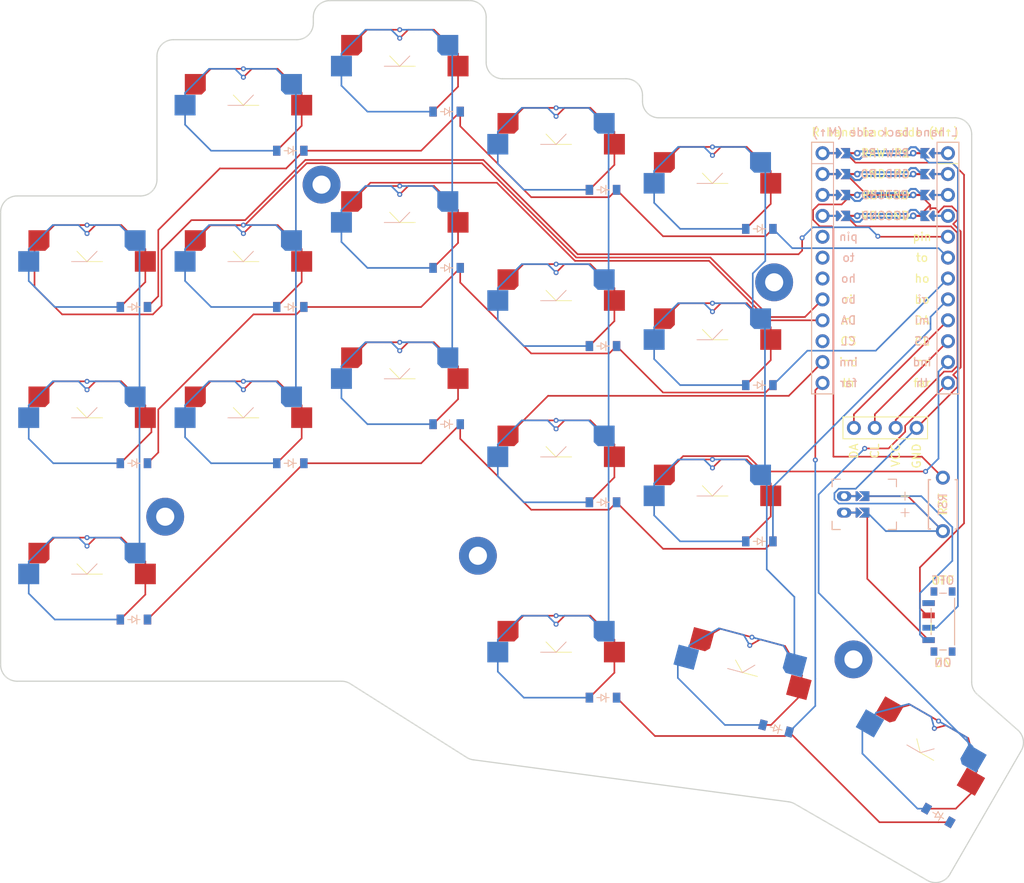
<source format=kicad_pcb>
(kicad_pcb (version 20241229) (generator "pcbnew") (generator_version "9.0")
  (layers (0 "F.Cu" signal) (2 "B.Cu" signal) (13 "F.Paste" user) (15 "B.Paste" user) (5 "F.SilkS" user "F.Silkscreen") (7 "B.SilkS" user "B.Silkscreen") (1 "F.Mask" user) (3 "B.Mask" user) (25 "Edge.Cuts" user))
  (net 0 "")
  (net 1 "pin_bo")
  (net 2 "pin")
  (net 3 "GND")
  (net 4 "pin_ho")
  (net 5 "pin_to")
  (net 6 "ri_bo")
  (net 7 "ri")
  (net 8 "ri_ho")
  (net 9 "ri_to")
  (net 10 "mi_bo")
  (net 11 "mi")
  (net 12 "mi_ho")
  (net 13 "mi_to")
  (net 14 "ind_bo")
  (net 15 "ind")
  (net 16 "ind_ho")
  (net 17 "ind_to")
  (net 18 "inn_bo")
  (net 19 "inn")
  (net 20 "inn_ho")
  (net 21 "inn_to")
  (net 22 "ind_th")
  (net 23 "inn_th")
  (net 24 "far_th")
  (net 25 "far")
  (net 26 "bo")
  (net 27 "ho")
  (net 28 "to")
  (net 29 "th")
  (net 30 "DA")
  (net 31 "CL")
  (net 32 "VCC")
  (net 33 "RAW")
  (net 34 "RST")
  (net 35 "P21")
  (net 36 "P20")
  (net 37 "P19")
  (net 38 "CS")
  (net 39 "P1")
  (net 40 "P0")
  (net 41 "MCU1_24")
  (net 42 "MCU1_1")
  (net 43 "MCU1_23")
  (net 44 "MCU1_2")
  (net 45 "MCU1_22")
  (net 46 "MCU1_3")
  (net 47 "MCU1_21")
  (net 48 "MCU1_4")
  (net 49 "BAT_P")
  (net 50 "JST1_1")
  (net 51 "JST1_2")
  (footprint "ceoloide:diode_tht_sod123" (layer "F.Cu") (at 129.2 55.25 180)
    (property "Reference" "D9" (hide yes))
    (property "Value" "")
  )
  (footprint "ceoloide:mounting_hole_npth" (layer "F.Cu") (at 178.635493 121.848144 -22.5)
    (property "Reference" "MH3" (hide yes))
    (property "Value" "")
  )
  (footprint "ceoloide:diode_tht_sod123" (layer "F.Cu") (at 110.2 98 180)
    (property "Reference" "D4" (hide yes))
    (property "Value" "")
  )
  (footprint "ceoloide:display_ssd1306" (layer "F.Cu") (at 182.5 77)
    (property "Reference" "DISP1" (hide yes))
    (property "Value" "")
  )
  (footprint "ceoloide:diode_tht_sod123" (layer "F.Cu") (at 129.2 74.25 180)
    (property "Reference" "D8" (hide yes))
    (property "Value" "")
  )
  (footprint "ceoloide:diode_tht_sod123" (layer "F.Cu") (at 148.2 64.75 180)
    (property "Reference" "D12" (hide yes))
    (property "Value" "")
  )
  (footprint "ceoloide:power_switch_smd_side" (layer "F.Cu") (at 189.5 117.25)
    (property "Reference" "PWR1" (hide yes))
    (property "Value" "")
  )
  (footprint "ceoloide:diode_tht_sod123" (layer "F.Cu") (at 169.22932 130.248046 165)
    (property "Reference" "D17" (hide yes))
    (property "Value" "")
  )
  (footprint "ceoloide:battery_connector_jst_ph_2" (layer "F.Cu") (at 177.5 103 90)
    (property "Reference" "JST1" (hide yes))
    (property "Value" "")
  )
  (footprint "ceoloide:diode_tht_sod123" (layer "F.Cu") (at 167.2 69.5 180)
    (property "Reference" "D15" (hide yes))
    (property "Value" "")
  )
  (footprint "ceoloide:diode_tht_sod123" (layer "F.Cu") (at 148.2 83.75 180)
    (property "Reference" "D11" (hide yes))
    (property "Value" "")
  )
  (footprint "ceoloide:mounting_hole_npth" (layer "F.Cu") (at 169 76)
    (property "Reference" "MH4" (hide yes))
    (property "Value" "")
  )
  (footprint "ceoloide:diode_tht_sod123" (layer "F.Cu") (at 148.2 102.75 180)
    (property "Reference" "D10" (hide yes))
    (property "Value" "")
  )
  (footprint "ceoloide:mounting_hole_npth" (layer "F.Cu") (at 133 109.25)
    (property "Reference" "MH5" (hide yes))
    (property "Value" "")
  )
  (footprint "ceoloide:mounting_hole_npth" (layer "F.Cu") (at 95 104.5)
    (property "Reference" "MH1" (hide yes))
    (property "Value" "")
  )
  (footprint "ceoloide:diode_tht_sod123" (layer "F.Cu") (at 129.2 93.25 180)
    (property "Reference" "D7" (hide yes))
    (property "Value" "")
  )
  (footprint "ceoloide:diode_tht_sod123" (layer "F.Cu") (at 167.2 107.5 180)
    (property "Reference" "D13" (hide yes))
    (property "Value" "")
  )
  (footprint "ceoloide:diode_tht_sod123" (layer "F.Cu") (at 148.2 126.5 180)
    (property "Reference" "D16" (hide yes))
    (property "Value" "")
  )
  (footprint "ceoloide:diode_tht_sod123" (layer "F.Cu") (at 110.2 79 180)
    (property "Reference" "D5" (hide yes))
    (property "Value" "")
  )
  (footprint "ceoloide:diode_tht_sod123" (layer "F.Cu") (at 91.2 98 180)
    (property "Reference" "D2" (hide yes))
    (property "Value" "")
  )
  (footprint "ceoloide:diode_tht_sod123" (layer "F.Cu") (at 167.2 88.5 180)
    (property "Reference" "D14" (hide yes))
    (property "Value" "")
  )
  (footprint "ceoloide:mounting_hole_npth" (layer "F.Cu") (at 114 64.125)
    (property "Reference" "MH2" (hide yes))
    (property "Value" "")
  )
  (footprint "ceoloide:mcu_supermini_nrf52840" (layer "F.Cu") (at 182.5 73)
    (property "Reference" "MCU1" (hide yes))
    (property "Value" "")
  )
  (footprint "ceoloide:diode_tht_sod123" (layer "F.Cu") (at 188.936345 140.823076 150)
    (property "Reference" "D18" (hide yes))
    (property "Value" "")
  )
  (footprint "ceoloide:diode_tht_sod123" (layer "F.Cu") (at 91.2 79 180)
    (property "Reference" "D3" (hide yes))
    (property "Value" "")
  )
  (footprint "ceoloide:reset_switch_tht_top" (layer "F.Cu") (at 189.5 103 90)
    (property "Reference" "RST1" (hide yes))
    (property "Value" "")
  )
  (footprint "ceoloide:diode_tht_sod123" (layer "F.Cu") (at 110.2 60 180)
    (property "Reference" "D6" (hide yes))
    (property "Value" "")
  )
  (footprint "ceoloide:diode_tht_sod123" (layer "F.Cu") (at 91.2 117 180)
    (property "Reference" "D1" (hide yes))
    (property "Value" "")
  )
  (footprint "ceoloide:switch_mx" (layer "B.Cu") (at 85.5 114)
    (property "Reference" "S1" (hide yes))
    (property "Value" "")
  )
  (footprint "ceoloide:switch_mx" (layer "B.Cu") (at 161.5 85.5)
    (property "Reference" "S14" (hide yes))
    (property "Value" "")
  )
  (footprint "ceoloide:switch_mx" (layer "B.Cu") (at 123.5 52.25)
    (property "Reference" "S9" (hide yes))
    (property "Value" "")
  )
  (footprint "ceoloide:switch_mx" (layer "B.Cu") (at 185.5 135.375 -30)
    (property "Reference" "S18" (hide yes))
    (property "Value" "")
  )
  (footprint "ceoloide:switch_mx" (layer "B.Cu") (at 164.5 125.875 -15)
    (property "Reference" "S17" (hide yes))
    (property "Value" "")
  )
  (footprint "ceoloide:switch_mx" (layer "B.Cu") (at 142.5 99.75)
    (property "Reference" "S10" (hide yes))
    (property "Value" "")
  )
  (footprint "ceoloide:switch_mx" (layer "B.Cu") (at 161.5 66.5)
    (property "Reference" "S15" (hide yes))
    (property "Value" "")
  )
  (footprint "ceoloide:switch_mx" (layer "B.Cu") (at 85.5 76)
    (property "Reference" "S3" (hide yes))
    (property "Value" "")
  )
  (footprint "ceoloide:switch_mx" (layer "B.Cu") (at 123.5 90.25)
    (property "Reference" "S7" (hide yes))
    (property "Value" "")
  )
  (footprint "ceoloide:switch_mx" (layer "B.Cu") (at 161.5 104.5)
    (property "Reference" "S13" (hide yes))
    (property "Value" "")
  )
  (footprint "ceoloide:switch_mx" (layer "B.Cu") (at 123.5 71.25)
    (property "Reference" "S8" (hide yes))
    (property "Value" "")
  )
  (footprint "ceoloide:switch_mx" (layer "B.Cu") (at 142.5 123.5)
    (property "Reference" "S16" (hide yes))
    (property "Value" "")
  )
  (footprint "ceoloide:switch_mx" (layer "B.Cu") (at 142.5 61.75)
    (property "Reference" "S12" (hide yes))
    (property "Value" "")
  )
  (footprint "ceoloide:switch_mx" (layer "B.Cu") (at 104.5 57)
    (property "Reference" "S6" (hide yes))
    (property "Value" "")
  )
  (footprint "ceoloide:switch_mx" (layer "B.Cu") (at 104.5 76)
    (property "Reference" "S5" (hide yes))
    (property "Value" "")
  )
  (footprint "ceoloide:switch_mx" (layer "B.Cu") (at 142.5 80.75)
    (property "Reference" "S11" (hide yes))
    (property "Value" "")
  )
  (footprint "ceoloide:switch_mx" (layer "B.Cu") (at 104.5 95)
    (property "Reference" "S4" (hide yes))
    (property "Value" "")
  )
  (footprint "ceoloide:switch_mx" (layer "B.Cu") (at 85.5 95)
    (property "Reference" "S2" (hide yes))
    (property "Value" "")
  )
  (gr_arc (start 94 48.5) (mid 94.585786 47.085786) (end 96 46.5) (stroke (width 0.15)) (layer "Edge.Cuts"))
  (gr_line (start 94 48.5) (end 94 63.5) (stroke (width 0.15)) (layer "Edge.Cuts"))
  (gr_arc (start 136 51.25) (mid 134.585786 50.664214) (end 134 49.25) (stroke (width 0.15)) (layer "Edge.Cuts"))
  (gr_arc (start 198.615077 130.449193) (mid 199.26633 131.626251) (end 199.024679 132.949569) (stroke (width 0.15)) (layer "Edge.Cuts"))
  (gr_arc (start 75 67.5) (mid 75.585786 66.085786) (end 77 65.5) (stroke (width 0.15)) (layer "Edge.Cuts"))
  (gr_line (start 92 65.5) (end 77 65.5) (stroke (width 0.15)) (layer "Edge.Cuts"))
  (gr_line (start 171.499832 139.416355) (end 187.611216 148.718267) (stroke (width 0.15)) (layer "Edge.Cuts"))
  (gr_arc (start 113 43.75) (mid 113.585786 42.335786) (end 115 41.75) (stroke (width 0.15)) (layer "Edge.Cuts"))
  (gr_line (start 132.435088 134.057982) (end 170.764029 139.165932) (stroke (width 0.15)) (layer "Edge.Cuts"))
  (gr_line (start 134 49.25) (end 134 43.75) (stroke (width 0.15)) (layer "Edge.Cuts"))
  (gr_arc (start 155 56) (mid 153.585786 55.414214) (end 153 54) (stroke (width 0.15)) (layer "Edge.Cuts"))
  (gr_line (start 198.615077 130.449193) (end 193.677551 126.097201) (stroke (width 0.15)) (layer "Edge.Cuts"))
  (gr_line (start 153 54) (end 153 53.25) (stroke (width 0.15)) (layer "Edge.Cuts"))
  (gr_arc (start 151 51.25) (mid 152.414214 51.835786) (end 153 53.25) (stroke (width 0.15)) (layer "Edge.Cuts"))
  (gr_arc (start 132.435088 134.057982) (mid 132.016257 133.955259) (end 131.62918 133.765147) (stroke (width 0.15)) (layer "Edge.Cuts"))
  (gr_arc (start 77 124.5) (mid 75.585786 123.914214) (end 75 122.5) (stroke (width 0.15)) (layer "Edge.Cuts"))
  (gr_arc (start 113 44.5) (mid 112.414214 45.914214) (end 111 46.5) (stroke (width 0.15)) (layer "Edge.Cuts"))
  (gr_arc (start 193.677551 126.097201) (mid 193.177233 125.419961) (end 193 124.596825) (stroke (width 0.15)) (layer "Edge.Cuts"))
  (gr_arc (start 170.764029 139.165932) (mid 171.14421 139.255061) (end 171.499832 139.416355) (stroke (width 0.15)) (layer "Edge.Cuts"))
  (gr_line (start 111 46.5) (end 96 46.5) (stroke (width 0.15)) (layer "Edge.Cuts"))
  (gr_arc (start 191 56) (mid 192.414214 56.585786) (end 193 58) (stroke (width 0.15)) (layer "Edge.Cuts"))
  (gr_line (start 77 124.5) (end 116.419941 124.5) (stroke (width 0.15)) (layer "Edge.Cuts"))
  (gr_arc (start 116.419941 124.5) (mid 116.977038 124.579167) (end 117.490045 124.810362) (stroke (width 0.15)) (layer "Edge.Cuts"))
  (gr_line (start 117.490045 124.810362) (end 131.62918 133.765147) (stroke (width 0.15)) (layer "Edge.Cuts"))
  (gr_line (start 191 56) (end 155 56) (stroke (width 0.15)) (layer "Edge.Cuts"))
  (gr_arc (start 190.343267 147.986216) (mid 189.128852 148.918071) (end 187.611216 148.718267) (stroke (width 0.15)) (layer "Edge.Cuts"))
  (gr_line (start 132 41.75) (end 115 41.75) (stroke (width 0.15)) (layer "Edge.Cuts"))
  (gr_line (start 193 124.596825) (end 193 58) (stroke (width 0.15)) (layer "Edge.Cuts"))
  (gr_line (start 151 51.25) (end 136 51.25) (stroke (width 0.15)) (layer "Edge.Cuts"))
  (gr_line (start 75 67.5) (end 75 122.5) (stroke (width 0.15)) (layer "Edge.Cuts"))
  (gr_line (start 190.343267 147.986216) (end 199.024679 132.949569) (stroke (width 0.15)) (layer "Edge.Cuts"))
  (gr_line (start 113 43.75) (end 113 44.5) (stroke (width 0.15)) (layer "Edge.Cuts"))
  (gr_arc (start 132 41.75) (mid 133.414214 42.335786) (end 134 43.75) (stroke (width 0.15)) (layer "Edge.Cuts"))
  (gr_arc (start 94 63.5) (mid 93.414214 64.914214) (end 92 65.5) (stroke (width 0.15)) (layer "Edge.Cuts"))
  (segment (start 92.585 113.965) (end 92.585 111.46) (width 0.2) (layer "F.Cu") (net 1))
  (segment (start 89.666 107.041) (end 92.585 109.96) (width 0.2) (layer "F.Cu") (net 1))
  (segment (start 89.55 117) (end 92.585 113.965) (width 0.2) (layer "F.Cu") (net 1))
  (segment (start 85.5 108.07) (end 86.529 107.041) (width 0.2) (layer "F.Cu") (net 1))
  (segment (start 86.529 107.041) (end 89.666 107.041) (width 0.2) (layer "F.Cu") (net 1))
  (segment (start 92.585 109.96) (end 92.585 111.46) (width 0.2) (layer "F.Cu") (net 1))
  (via (at 85.5 108.07) (size 0.6) (drill 0.3) (layers "F.Cu" "B.Cu") (net 1))
  (segment (start 78.415 109.96) (end 81.334 107.041) (width 0.2) (layer "B.Cu") (net 1))
  (segment (start 78.415 111.46) (end 78.415 109.96) (width 0.2) (layer "B.Cu") (net 1))
  (segment (start 81.580108 117) (end 78.415 113.834892) (width 0.2) (layer "B.Cu") (net 1))
  (segment (start 78.415 113.834892) (end 78.415 111.46) (width 0.2) (layer "B.Cu") (net 1))
  (segment (start 81.334 107.041) (end 84.471 107.041) (width 0.2) (layer "B.Cu") (net 1))
  (segment (start 84.471 107.041) (end 85.5 108.07) (width 0.2) (layer "B.Cu") (net 1))
  (segment (start 89.55 117) (end 81.580108 117) (width 0.2) (layer "B.Cu") (net 1))
  (segment (start 112.029957 61.123) (end 104.712957 68.44) (width 0.2) (layer "F.Cu") (net 2))
  (segment (start 133.6572 61.123) (end 112.029957 61.123) (width 0.2) (layer "F.Cu") (net 2))
  (segment (start 93.499 79.901) (end 82.481108 79.901) (width 0.2) (layer "F.Cu") (net 2))
  (segment (start 172.4 72.14776) (end 171.95976 72.588) (width 0.2) (layer "F.Cu") (net 2))
  (segment (start 79.658 89.92) (end 81.537 88.041) (width 0.2) (layer "F.Cu") (net 2))
  (segment (start 81.537 69.041) (end 85.5 69.041) (width 0.2) (layer "F.Cu") (net 2))
  (segment (start 172.4 70.6) (end 172.4 72.14776) (width 0.2) (layer "F.Cu") (net 2))
  (segment (start 79.119 71.459) (end 79.658 70.92) (width 0.2) (layer "F.Cu") (net 2))
  (segment (start 81.537 88.041) (end 85.5 88.041) (width 0.2) (layer "F.Cu") (net 2))
  (segment (start 82.481108 79.901) (end 79.119 76.538892) (width 0.2) (layer "F.Cu") (net 2))
  (segment (start 190.12 70.46) (end 181.66 70.46) (width 0.2) (layer "F.Cu") (net 2))
  (segment (start 171.95976 72.588) (end 145.1222 72.588) (width 0.2) (layer "F.Cu") (net 2))
  (segment (start 79.658 70.92) (end 81.537 69.041) (width 0.2) (layer "F.Cu") (net 2))
  (segment (start 145.1222 72.588) (end 133.6572 61.123) (width 0.2) (layer "F.Cu") (net 2))
  (segment (start 81.537 107.041) (end 85.5 107.041) (width 0.2) (layer "F.Cu") (net 2))
  (segment (start 79.658 108.92) (end 81.537 107.041) (width 0.2) (layer "F.Cu") (net 2))
  (segment (start 79.119 76.538892) (end 79.119 71.459) (width 0.2) (layer "F.Cu") (net 2))
  (segment (start 104.712957 68.44) (end 98.187322 68.44) (width 0.2) (layer "F.Cu") (net 2))
  (segment (start 94.562 72.065322) (end 94.562 78.838) (width 0.2) (layer "F.Cu") (net 2))
  (segment (start 181.66 70.46) (end 181.6 70.4) (width 0.2) (layer "F.Cu") (net 2))
  (segment (start 98.187322 68.44) (end 94.562 72.065322) (width 0.2) (layer "F.Cu") (net 2))
  (segment (start 94.562 78.838) (end 93.499 79.901) (width 0.2) (layer "F.Cu") (net 2))
  (via (at 181.6 70.4) (size 0.6) (drill 0.3) (layers "F.Cu" "B.Cu") (net 2))
  (via (at 85.5 69.041) (size 0.6) (drill 0.3) (layers "F.Cu" "B.Cu") (net 2))
  (via (at 85.5 88.041) (size 0.6) (drill 0.3) (layers "F.Cu" "B.Cu") (net 2))
  (via (at 172.4 70.6) (size 0.6) (drill 0.3) (layers "F.Cu" "B.Cu") (net 2))
  (via (at 85.5 107.041) (size 0.6) (drill 0.3) (layers "F.Cu" "B.Cu") (net 2))
  (segment (start 91.342 70.92) (end 91.881 71.459) (width 0.2) (layer "B.Cu") (net 2))
  (segment (start 89.463 88.041) (end 91.342 89.92) (width 0.2) (layer "B.Cu") (net 2))
  (segment (start 89.463 69.041) (end 91.342 70.92) (width 0.2) (layer "B.Cu") (net 2))
  (segment (start 89.463 107.041) (end 91.342 108.92) (width 0.2) (layer "B.Cu") (net 2))
  (segment (start 91.881 71.459) (end 91.881 89.381) (width 0.2) (layer "B.Cu") (net 2))
  (segment (start 173.691 69.309) (end 172.4 70.6) (width 0.2) (layer "B.Cu") (net 2))
  (segment (start 91.342 89.92) (end 91.881 90.459) (width 0.2) (layer "B.Cu") (net 2))
  (segment (start 180.509 69.309) (end 173.691 69.309) (width 0.2) (layer "B.Cu") (net 2))
  (segment (start 85.5 88.041) (end 89.463 88.0405) (width 0.2) (layer "B.Cu") (net 2))
  (segment (start 91.881 89.381) (end 91.342 89.92) (width 0.2) (layer "B.Cu") (net 2))
  (segment (start 85.5 69.041) (end 89.463 69.0405) (width 0.2) (layer "B.Cu") (net 2))
  (segment (start 91.881 90.459) (end 91.881 108.381) (width 0.2) (layer "B.Cu") (net 2))
  (segment (start 91.881 108.381) (end 91.342 108.92) (width 0.2) (layer "B.Cu") (net 2))
  (segment (start 85.5 107.041) (end 89.463 107.0405) (width 0.2) (layer "B.Cu") (net 2))
  (segment (start 181.6 70.4) (end 180.509 69.309) (width 0.2) (layer "B.Cu") (net 2))
  (segment (start 187.965 66.6) (end 187.275 67.29) (width 0.2) (layer "F.Cu") (net 3))
  (segment (start 189.64324 66.769) (end 188.969 67.44324) (width 0.2) (layer "F.Cu") (net 3))
  (segment (start 185.25 102) (end 180.316 102) (width 0.2) (layer "F.Cu") (net 3))
  (segment (start 187.275 65.91) (end 187.275 65.38) (width 0.2) (layer "F.Cu") (net 3))
  (segment (start 187.275 65.38) (end 180.265 65.38) (width 0.2) (layer "F.Cu") (net 3))
  (segment (start 191.271 67.44324) (end 190.59676 66.769) (width 0.2) (layer "F.Cu") (net 3))
  (segment (start 190.6 89.41) (end 190.6 89.38776) (width 0.2) (layer "F.Cu") (net 3))
  (segment (start 190.76286 87.252) (end 191.672 86.34286) (width 0.2) (layer "F.Cu") (net 3))
  (segment (start 188.969 67.494) (end 188.806 67.494) (width 0.2) (layer "F.Cu") (net 3))
  (segment (start 191.672 69.81714) (end 190.76131 68.90645) (width 0.2) (layer "F.Cu") (net 3))
  (segment (start 190.76131 68.90645) (end 191.271 68.39676) (width 0.2) (layer "F.Cu") (net 3))
  (segment (start 190.75976 87.252) (end 190.76286 87.252) (width 0.2) (layer "F.Cu") (net 3))
  (segment (start 187.965 66.6) (end 187.275 65.91) (width 0.2) (layer "F.Cu") (net 3))
  (segment (start 180.265 65.38) (end 177.725 62.84) (width 0.2) (layer "F.Cu") (net 3))
  (segment (start 189.5 106.25) (end 185.25 102) (width 0.2) (layer "F.Cu") (net 3))
  (segment (start 186.31 93.7) (end 190.6 89.41) (width 0.2) (layer "F.Cu") (net 3))
  (segment (start 187.275 67.92) (end 185.9 67.92) (width 0.25) (layer "F.Cu") (net 3))
  (segment (start 187.275 67.29) (end 187.275 67.92) (width 0.2) (layer "F.Cu") (net 3))
  (segment (start 188.806 67.168248) (end 188.626752 66.989) (width 0.2) (layer "F.Cu") (net 3))
  (segment (start 191.271 87.76324) (end 190.75976 87.252) (width 0.2) (layer "F.Cu") (net 3))
  (segment (start 187.965 67.147293) (end 187.965 66.6) (width 0.2) (layer "F.Cu") (net 3))
  (segment (start 177.725 62.84) (end 179.1 62.84) (width 0.25) (layer "F.Cu") (net 3))
  (segment (start 190.59676 66.769) (end 189.64324 66.769) (width 0.2) (layer "F.Cu") (net 3))
  (segment (start 188.806 67.494) (end 188.806 67.168248) (width 0.2) (layer "F.Cu") (net 3))
  (segment (start 188.123293 66.989) (end 187.965 67.147293) (width 0.2) (layer "F.Cu") (net 3))
  (segment (start 187.275 65.38) (end 185.9 65.38) (width 0.25) (layer "F.Cu") (net 3))
  (segment (start 191.271 88.71676) (end 191.271 87.76324) (width 0.2) (layer "F.Cu") (net 3))
  (segment (start 190.6 89.38776) (end 191.271 88.71676) (width 0.2) (layer "F.Cu") (net 3))
  (segment (start 191.672 86.34286) (end 191.672 69.81714) (width 0.2) (layer "F.Cu") (net 3))
  (segment (start 191.271 68.39676) (end 191.271 67.44324) (width 0.2) (layer "F.Cu") (net 3))
  (segment (start 188.969 67.44324) (end 188.969 67.494) (width 0.2) (layer "F.Cu") (net 3))
  (segment (start 188.626752 66.989) (end 188.123293 66.989) (width 0.2) (layer "F.Cu") (net 3))
  (segment (start 186.925305 62.84) (end 186.200305 62.115) (width 0.25) (layer "B.Cu") (net 3))
  (segment (start 186.151 102.901) (end 189.5 106.25) (width 0.2) (layer "B.Cu") (net 3))
  (segment (start 180.316 104) (end 182.566 106.25) (width 0.2) (layer "B.Cu") (net 3))
  (segment (start 178.799695 66.105) (end 179.400305 66.105) (width 0.25) (layer "B.Cu") (net 3))
  (segment (start 179.895305 65.61) (end 185.67 65.61) (width 0.25) (layer "B.Cu") (net 3))
  (segment (start 177.725 65.38) (end 178.074695 65.38) (width 0.25) (layer "B.Cu") (net 3))
  (segment (start 185.094695 62.62) (end 179.32 62.62) (width 0.25) (layer "B.Cu") (net 3))
  (segment (start 176.851794 101.099) (end 176.324 101.626794) (width 0.2) (layer "B.Cu") (net 3))
  (segment (start 179.400305 68.645) (end 179.895305 68.15) (width 0.25) (layer "B.Cu") (net 3))
  (segment (start 178.911 101.099) (end 176.851794 101.099) (width 0.2) (layer "B.Cu") (net 3))
  (segment (start 176.324 102.373206) (end 176.851794 102.901) (width 0.2) (layer "B.Cu") (net 3))
  (segment (start 176.851794 102.901) (end 186.151 102.901) (width 0.2) (layer "B.Cu") (net 3))
  (segment (start 178.074695 67.92) (end 178.799695 68.645) (width 0.25) (layer "B.Cu") (net 3))
  (segment (start 186.200305 62.115) (end 185.599695 62.115) (width 0.25) (layer "B.Cu") (net 3))
  (segment (start 176.324 101.626794) (end 176.324 102.373206) (width 0.2) (layer "B.Cu") (net 3))
  (segment (start 187.275 62.84) (end 186.925305 62.84) (width 0.25) (layer "B.Cu") (net 3))
  (segment (start 178.799695 68.645) (end 179.400305 68.645) (width 0.25) (layer "B.Cu") (net 3))
  (segment (start 185.599695 62.115) (end 185.094695 62.62) (width 0.25) (layer "B.Cu") (net 3))
  (segment (start 182.566 106.25) (end 189.5 106.25) (width 0.2) (layer "B.Cu") (net 3))
  (segment (start 179.895305 68.15) (end 185.67 68.15) (width 0.25) (layer "B.Cu") (net 3))
  (segment (start 178.074695 65.38) (end 178.799695 66.105) (width 0.25) (layer "B.Cu") (net 3))
  (segment (start 186.31 93.7) (end 178.911 101.099) (width 0.2) (layer "B.Cu") (net 3))
  (segment (start 177.725 67.92) (end 178.074695 67.92) (width 0.25) (layer "B.Cu") (net 3))
  (segment (start 179.400305 66.105) (end 179.895305 65.61) (width 0.25) (layer "B.Cu") (net 3))
  (segment (start 89.55 98) (end 93.325 94.225) (width 0.2) (layer "F.Cu") (net 4))
  (segment (start 92.585 90.96) (end 92.585 92.46) (width 0.2) (layer "F.Cu") (net 4))
  (segment (start 89.666 88.041) (end 92.585 90.96) (width 0.2) (layer "F.Cu") (net 4))
  (segment (start 93.325 93.2) (end 92.585 92.46) (width 0.2) (layer "F.Cu") (net 4))
  (segment (start 85.5 89.07) (end 86.529 88.041) (width 0.2) (layer "F.Cu") (net 4))
  (segment (start 86.529 88.041) (end 89.666 88.041) (width 0.2) (layer "F.Cu") (net 4))
  (segment (start 93.325 94.225) (end 93.325 93.2) (width 0.2) (layer "F.Cu") (net 4))
  (via (at 85.5 89.07) (size 0.6) (drill 0.3) (layers "F.Cu" "B.Cu") (net 4))
  (segment (start 84.471 88.041) (end 85.5 89.07) (width 0.2) (layer "B.Cu") (net 4))
  (segment (start 78.415 92.46) (end 78.415 90.96) (width 0.2) (layer "B.Cu") (net 4))
  (segment (start 81.4 98) (end 89.55 98) (width 0.2) (layer "B.Cu") (net 4))
  (segment (start 78.415 90.96) (end 81.334 88.041) (width 0.2) (layer "B.Cu") (net 4))
  (segment (start 81.334 88.041) (end 84.471 88.041) (width 0.2) (layer "B.Cu") (net 4))
  (segment (start 78.415 95.015) (end 81.4 98) (width 0.2) (layer "B.Cu") (net 4))
  (segment (start 78.415 92.46) (end 78.415 95.015) (width 0.2) (layer "B.Cu") (net 4))
  (segment (start 89.666 69.041) (end 92.585 71.96) (width 0.2) (layer "F.Cu") (net 5))
  (segment (start 85.5 70.07) (end 86.529 69.041) (width 0.2) (layer "F.Cu") (net 5))
  (segment (start 89.55 79) (end 92.585 75.965) (width 0.2) (layer "F.Cu") (net 5))
  (segment (start 86.529 69.041) (end 89.666 69.041) (width 0.2) (layer "F.Cu") (net 5))
  (segment (start 92.585 75.965) (end 92.585 73.46) (width 0.2) (layer "F.Cu") (net 5))
  (segment (start 92.585 71.96) (end 92.585 73.46) (width 0.2) (layer "F.Cu") (net 5))
  (via (at 85.5 70.07) (size 0.6) (drill 0.3) (layers "F.Cu" "B.Cu") (net 5))
  (segment (start 84.471 69.041) (end 85.5 70.07) (width 0.2) (layer "B.Cu") (net 5))
  (segment (start 81.334 69.041) (end 84.471 69.041) (width 0.2) (layer "B.Cu") (net 5))
  (segment (start 78.415 73.46) (end 78.415 71.96) (width 0.2) (layer "B.Cu") (net 5))
  (segment (start 78.415 73.46) (end 78.415 75.834892) (width 0.2) (layer "B.Cu") (net 5))
  (segment (start 78.415 71.96) (end 81.334 69.041) (width 0.2) (layer "B.Cu") (net 5))
  (segment (start 81.580108 79) (end 89.55 79) (width 0.2) (layer "B.Cu") (net 5))
  (segment (start 78.415 75.834892) (end 81.580108 79) (width 0.2) (layer "B.Cu") (net 5))
  (segment (start 108.55 98) (end 111.585 94.965) (width 0.2) (layer "F.Cu") (net 6))
  (segment (start 111.585 90.96) (end 111.585 92.46) (width 0.2) (layer "F.Cu") (net 6))
  (segment (start 108.666 88.041) (end 111.585 90.96) (width 0.2) (layer "F.Cu") (net 6))
  (segment (start 111.585 94.965) (end 111.585 92.46) (width 0.2) (layer "F.Cu") (net 6))
  (segment (start 105.529 88.041) (end 108.666 88.041) (width 0.2) (layer "F.Cu") (net 6))
  (segment (start 104.5 89.07) (end 105.529 88.041) (width 0.2) (layer "F.Cu") (net 6))
  (via (at 104.5 89.07) (size 0.6) (drill 0.3) (layers "F.Cu" "B.Cu") (net 6))
  (segment (start 100.580108 98) (end 97.415 94.834892) (width 0.2) (layer "B.Cu") (net 6))
  (segment (start 97.415 92.46) (end 97.415 90.96) (width 0.2) (layer "B.Cu") (net 6))
  (segment (start 97.415 90.96) (end 100.334 88.041) (width 0.2) (layer "B.Cu") (net 6))
  (segment (start 108.55 98) (end 100.580108 98) (width 0.2) (layer "B.Cu") (net 6))
  (segment (start 103.471 88.041) (end 104.5 89.07) (width 0.2) (layer "B.Cu") (net 6))
  (segment (start 100.334 88.041) (end 103.471 88.041) (width 0.2) (layer "B.Cu") (net 6))
  (segment (start 97.415 94.834892) (end 97.415 92.46) (width 0.2) (layer "B.Cu") (net 6))
  (segment (start 98.658 89.92) (end 100.537 88.041) (width 0.2) (layer "F.Cu") (net 7))
  (segment (start 98.658 51.92) (end 100.537 50.041) (width 0.2) (layer "F.Cu") (net 7))
  (segment (start 100.509 69.069) (end 98.658 70.92) (width 0.2) (layer "F.Cu") (net 7))
  (segment (start 144.9561 72.989) (end 133.4911 61.524) (width 0.2) (layer "F.Cu") (net 7))
  (segment (start 172.741 80.219) (end 168.4782 80.219) (width 0.2) (layer "F.Cu") (net 7))
  (segment (start 174.88 78.08) (end 172.741 80.219) (width 0.2) (layer "F.Cu") (net 7))
  (segment (start 100.537 69.041) (end 104.5 69.041) (width 0.2) (layer "F.Cu") (net 7))
  (segment (start 104.651057 69.069) (end 100.509 69.069) (width 0.2) (layer "F.Cu") (net 7))
  (segment (start 98.658 70.92) (end 100.537 69.041) (width 0.2) (layer "F.Cu") (net 7))
  (segment (start 133.4911 61.524) (end 112.196057 61.524) (width 0.2) (layer "F.Cu") (net 7))
  (segment (start 161.2482 72.989) (end 144.9561 72.989) (width 0.2) (layer "F.Cu") (net 7))
  (segment (start 112.196057 61.524) (end 104.651057 69.069) (width 0.2) (layer "F.Cu") (net 7))
  (segment (start 168.4782 80.219) (end 161.2482 72.989) (width 0.2) (layer "F.Cu") (net 7))
  (segment (start 100.537 88.041) (end 104.5 88.041) (width 0.2) (layer "F.Cu") (net 7))
  (segment (start 100.537 50.041) (end 104.5 50.041) (width 0.2) (layer "F.Cu") (net 7))
  (via (at 104.5 88.041) (size 0.6) (drill 0.3) (layers "F.Cu" "B.Cu") (net 7))
  (via (at 104.5 69.041) (size 0.6) (drill 0.3) (layers "F.Cu" "B.Cu") (net 7))
  (via (at 104.5 50.041) (size 0.6) (drill 0.3) (layers "F.Cu" "B.Cu") (net 7))
  (segment (start 110.881 70.381) (end 110.342 70.92) (width 0.2) (layer "B.Cu") (net 7))
  (segment (start 104.5 50.041) (end 108.463 50.0405) (width 0.2) (layer "B.Cu") (net 7))
  (segment (start 104.5 88.041) (end 108.463 88.0405) (width 0.2) (layer "B.Cu") (net 7))
  (segment (start 108.463 88.041) (end 110.342 89.92) (width 0.2) (layer "B.Cu") (net 7))
  (segment (start 110.342 51.92) (end 110.881 52.459) (width 0.2) (layer "B.Cu") (net 7))
  (segment (start 104.5 69.041) (end 108.463 69.0405) (width 0.2) (layer "B.Cu") (net 7))
  (segment (start 108.463 50.041) (end 110.342 51.92) (width 0.2) (layer "B.Cu") (net 7))
  (segment (start 110.881 71.459) (end 110.881 89.381) (width 0.2) (layer "B.Cu") (net 7))
  (segment (start 110.881 52.459) (end 110.881 70.381) (width 0.2) (layer "B.Cu") (net 7))
  (segment (start 108.463 69.041) (end 110.342 70.92) (width 0.2) (layer "B.Cu") (net 7))
  (segment (start 110.881 89.381) (end 110.342 89.92) (width 0.2) (layer "B.Cu") (net 7))
  (segment (start 110.342 70.92) (end 110.881 71.459) (width 0.2) (layer "B.Cu") (net 7))
  (segment (start 111.585 71.96) (end 111.585 73.46) (width 0.2) (layer "F.Cu") (net 8))
  (segment (start 111.585 75.965) (end 111.585 73.46) (width 0.2) (layer "F.Cu") (net 8))
  (segment (start 104.5 70.07) (end 105.529 69.041) (width 0.2) (layer "F.Cu") (net 8))
  (segment (start 108.55 79) (end 111.585 75.965) (width 0.2) (layer "F.Cu") (net 8))
  (segment (start 108.666 69.041) (end 111.585 71.96) (width 0.2) (layer "F.Cu") (net 8))
  (segment (start 105.529 69.041) (end 108.666 69.041) (width 0.2) (layer "F.Cu") (net 8))
  (via (at 104.5 70.07) (size 0.6) (drill 0.3) (layers "F.Cu" "B.Cu") (net 8))
  (segment (start 97.415 73.46) (end 97.415 71.96) (width 0.2) (layer "B.Cu") (net 8))
  (segment (start 97.415 71.96) (end 100.334 69.041) (width 0.2) (layer "B.Cu") (net 8))
  (segment (start 97.415 75.834892) (end 100.580108 79) (width 0.2) (layer "B.Cu") (net 8))
  (segment (start 100.334 69.041) (end 103.471 69.041) (width 0.2) (layer "B.Cu") (net 8))
  (segment (start 100.580108 79) (end 108.55 79) (width 0.2) (layer "B.Cu") (net 8))
  (segment (start 97.415 73.46) (end 97.415 75.834892) (width 0.2) (layer "B.Cu") (net 8))
  (segment (start 103.471 69.041) (end 104.5 70.07) (width 0.2) (layer "B.Cu") (net 8))
  (segment (start 111.585 52.96) (end 111.585 54.46) (width 0.2) (layer "F.Cu") (net 9))
  (segment (start 111.585 56.965) (end 111.585 54.46) (width 0.2) (layer "F.Cu") (net 9))
  (segment (start 105.529 50.041) (end 108.666 50.041) (width 0.2) (layer "F.Cu") (net 9))
  (segment (start 104.5 51.07) (end 105.529 50.041) (width 0.2) (layer "F.Cu") (net 9))
  (segment (start 108.55 60) (end 111.585 56.965) (width 0.2) (layer "F.Cu") (net 9))
  (segment (start 108.666 50.041) (end 111.585 52.96) (width 0.2) (layer "F.Cu") (net 9))
  (via (at 104.5 51.07) (size 0.6) (drill 0.3) (layers "F.Cu" "B.Cu") (net 9))
  (segment (start 103.471 50.041) (end 104.5 51.07) (width 0.2) (layer "B.Cu") (net 9))
  (segment (start 100.334 50.041) (end 103.471 50.041) (width 0.2) (layer "B.Cu") (net 9))
  (segment (start 100.580108 60) (end 97.415 56.834892) (width 0.2) (layer "B.Cu") (net 9))
  (segment (start 97.415 56.834892) (end 97.415 54.46) (width 0.2) (layer "B.Cu") (net 9))
  (segment (start 97.415 54.46) (end 97.415 52.96) (width 0.2) (layer "B.Cu") (net 9))
  (segment (start 97.415 52.96) (end 100.334 50.041) (width 0.2) (layer "B.Cu") (net 9))
  (segment (start 108.55 60) (end 100.580108 60) (width 0.2) (layer "B.Cu") (net 9))
  (segment (start 127.666 83.291) (end 130.585 86.21) (width 0.2) (layer "F.Cu") (net 10))
  (segment (start 130.585 90.215) (end 130.585 87.71) (width 0.2) (layer "F.Cu") (net 10))
  (segment (start 123.5 84.32) (end 124.529 83.291) (width 0.2) (layer "F.Cu") (net 10))
  (segment (start 127.55 93.25) (end 130.585 90.215) (width 0.2) (layer "F.Cu") (net 10))
  (segment (start 130.585 86.21) (end 130.585 87.71) (width 0.2) (layer "F.Cu") (net 10))
  (segment (start 124.529 83.291) (end 127.666 83.291) (width 0.2) (layer "F.Cu") (net 10))
  (via (at 123.5 84.32) (size 0.6) (drill 0.3) (layers "F.Cu" "B.Cu") (net 10))
  (segment (start 119.334 83.291) (end 122.471 83.291) (width 0.2) (layer "B.Cu") (net 10))
  (segment (start 122.471 83.291) (end 123.5 84.32) (width 0.2) (layer "B.Cu") (net 10))
  (segment (start 116.415 86.21) (end 119.334 83.291) (width 0.2) (layer "B.Cu") (net 10))
  (segment (start 116.415 87.71) (end 116.415 86.21) (width 0.2) (layer "B.Cu") (net 10))
  (segment (start 116.415 90.084892) (end 116.415 87.71) (width 0.2) (layer "B.Cu") (net 10))
  (segment (start 119.580108 93.25) (end 116.415 90.084892) (width 0.2) (layer "B.Cu") (net 10))
  (segment (start 127.55 93.25) (end 119.580108 93.25) (width 0.2) (layer "B.Cu") (net 10))
  (segment (start 168.3121 80.62) (end 161.0821 73.39) (width 0.2) (layer "F.Cu") (net 11))
  (segment (start 119.537 64.291) (end 123.5 64.291) (width 0.2) (layer "F.Cu") (net 11))
  (segment (start 135.29 63.89) (end 119.938 63.89) (width 0.2) (layer "F.Cu") (net 11))
  (segment (start 119.938 63.89) (end 117.658 66.17) (width 0.2) (layer "F.Cu") (net 11))
  (segment (start 117.658 66.17) (end 119.537 64.291) (width 0.2) (layer "F.Cu") (net 11))
  (segment (start 119.537 83.291) (end 123.5 83.291) (width 0.2) (layer "F.Cu") (net 11))
  (segment (start 119.537 45.291) (end 123.5 45.291) (width 0.2) (layer "F.Cu") (net 11))
  (segment (start 117.658 47.17) (end 119.537 45.291) (width 0.2) (layer "F.Cu") (net 11))
  (segment (start 174.88 80.62) (end 168.3121 80.62) (width 0.2) (layer "F.Cu") (net 11))
  (segment (start 144.79 73.39) (end 135.29 63.89) (width 0.2) (layer "F.Cu") (net 11))
  (segment (start 161.0821 73.39) (end 144.79 73.39) (width 0.2) (layer "F.Cu") (net 11))
  (segment (start 117.658 85.17) (end 119.537 83.291) (width 0.2) (layer "F.Cu") (net 11))
  (via (at 123.5 45.291) (size 0.6) (drill 0.3) (layers "F.Cu" "B.Cu") (net 11))
  (via (at 123.5 83.291) (size 0.6) (drill 0.3) (layers "F.Cu" "B.Cu") (net 11))
  (via (at 123.5 64.291) (size 0.6) (drill 0.3) (layers "F.Cu" "B.Cu") (net 11))
  (segment (start 127.463 45.291) (end 129.342 47.17) (width 0.2) (layer "B.Cu") (net 11))
  (segment (start 129.881 65.631) (end 129.881 47.709) (width 0.2) (layer "B.Cu") (net 11))
  (segment (start 127.463 83.291) (end 129.342 85.17) (width 0.2) (layer "B.Cu") (net 11))
  (segment (start 123.5 64.291) (end 127.463 64.2905) (width 0.2) (layer "B.Cu") (net 11))
  (segment (start 129.342 66.17) (end 129.881 65.631) (width 0.2) (layer "B.Cu") (net 11))
  (segment (start 129.881 66.709) (end 129.342 66.17) (width 0.2) (layer "B.Cu") (net 11))
  (segment (start 129.342 85.17) (end 129.881 84.631) (width 0.2) (layer "B.Cu") (net 11))
  (segment (start 127.463 64.291) (end 129.342 66.17) (width 0.2) (layer "B.Cu") (net 11))
  (segment (start 123.5 83.291) (end 127.463 83.2905) (width 0.2) (layer "B.Cu") (net 11))
  (segment (start 129.881 47.709) (end 129.342 47.17) (width 0.2) (layer "B.Cu") (net 11))
  (segment (start 123.5 45.291) (end 127.463 45.2905) (width 0.2) (layer "B.Cu") (net 11))
  (segment (start 129.881 84.631) (end 129.881 66.709) (width 0.2) (layer "B.Cu") (net 11))
  (segment (start 130.585 71.215) (end 130.585 68.71) (width 0.2) (layer "F.Cu") (net 12))
  (segment (start 127.666 64.291) (end 130.585 67.21) (width 0.2) (layer "F.Cu") (net 12))
  (segment (start 124.529 64.291) (end 127.666 64.291) (width 0.2) (layer "F.Cu") (net 12))
  (segment (start 127.55 74.25) (end 130.585 71.215) (width 0.2) (layer "F.Cu") (net 12))
  (segment (start 130.585 67.21) (end 130.585 68.71) (width 0.2) (layer "F.Cu") (net 12))
  (segment (start 123.5 65.32) (end 124.529 64.291) (width 0.2) (layer "F.Cu") (net 12))
  (via (at 123.5 65.32) (size 0.6) (drill 0.3) (layers "F.Cu" "B.Cu") (net 12))
  (segment (start 122.471 64.291) (end 123.5 65.32) (width 0.2) (layer "B.Cu") (net 12))
  (segment (start 116.415 71.084892) (end 119.580108 74.25) (width 0.2) (layer "B.Cu") (net 12))
  (segment (start 116.415 68.71) (end 116.415 67.21) (width 0.2) (layer "B.Cu") (net 12))
  (segment (start 119.580108 74.25) (end 127.55 74.25) (width 0.2) (layer "B.Cu") (net 12))
  (segment (start 116.415 67.21) (end 119.334 64.291) (width 0.2) (layer "B.Cu") (net 12))
  (segment (start 119.334 64.291) (end 122.471 64.291) (width 0.2) (layer "B.Cu") (net 12))
  (segment (start 116.415 68.71) (end 116.415 71.084892) (width 0.2) (layer "B.Cu") (net 12))
  (segment (start 130.585 52.215) (end 130.585 49.71) (width 0.2) (layer "F.Cu") (net 13))
  (segment (start 130.585 48.21) (end 130.585 49.71) (width 0.2) (layer "F.Cu") (net 13))
  (segment (start 127.666 45.291) (end 130.585 48.21) (width 0.2) (layer "F.Cu") (net 13))
  (segment (start 127.55 55.25) (end 130.585 52.215) (width 0.2) (layer "F.Cu") (net 13))
  (segment (start 124.529 45.291) (end 127.666 45.291) (width 0.2) (layer "F.Cu") (net 13))
  (segment (start 123.5 46.32) (end 124.529 45.291) (width 0.2) (layer "F.Cu") (net 13))
  (via (at 123.5 46.32) (size 0.6) (drill 0.3) (layers "F.Cu" "B.Cu") (net 13))
  (segment (start 116.415 49.71) (end 116.415 48.21) (width 0.2) (layer "B.Cu") (net 13))
  (segment (start 116.415 48.21) (end 119.334 45.291) (width 0.2) (layer "B.Cu") (net 13))
  (segment (start 119.580108 55.25) (end 127.55 55.25) (width 0.2) (layer "B.Cu") (net 13))
  (segment (start 119.334 45.291) (end 122.471 45.291) (width 0.2) (layer "B.Cu") (net 13))
  (segment (start 116.415 49.71) (end 116.415 52.084892) (width 0.2) (layer "B.Cu") (net 13))
  (segment (start 116.415 52.084892) (end 119.580108 55.25) (width 0.2) (layer "B.Cu") (net 13))
  (segment (start 122.471 45.291) (end 123.5 46.32) (width 0.2) (layer "B.Cu") (net 13))
  (segment (start 143.529 92.791) (end 146.666 92.791) (width 0.2) (layer "F.Cu") (net 14))
  (segment (start 149.585 95.71) (end 149.585 97.21) (width 0.2) (layer "F.Cu") (net 14))
  (segment (start 149.585 99.715) (end 149.585 97.21) (width 0.2) (layer "F.Cu") (net 14))
  (segment (start 146.55 102.75) (end 149.585 99.715) (width 0.2) (layer "F.Cu") (net 14))
  (segment (start 142.5 93.82) (end 143.529 92.791) (width 0.2) (layer "F.Cu") (net 14))
  (segment (start 146.666 92.791) (end 149.585 95.71) (width 0.2) (layer "F.Cu") (net 14))
  (via (at 142.5 93.82) (size 0.6) (drill 0.3) (layers "F.Cu" "B.Cu") (net 14))
  (segment (start 141.471 92.791) (end 142.5 93.82) (width 0.2) (layer "B.Cu") (net 14))
  (segment (start 138.580108 102.75) (end 135.415 99.584892) (width 0.2) (layer "B.Cu") (net 14))
  (segment (start 135.415 97.21) (end 135.415 95.71) (width 0.2) (layer "B.Cu") (net 14))
  (segment (start 146.55 102.75) (end 138.580108 102.75) (width 0.2) (layer "B.Cu") (net 14))
  (segment (start 135.415 99.584892) (end 135.415 97.21) (width 0.2) (layer "B.Cu") (net 14))
  (segment (start 138.334 92.791) (end 141.471 92.791) (width 0.2) (layer "B.Cu") (net 14))
  (segment (start 135.415 95.71) (end 138.334 92.791) (width 0.2) (layer "B.Cu") (net 14))
  (segment (start 138.537 73.791) (end 142.5 73.791) (width 0.2) (layer "F.Cu") (net 15))
  (segment (start 138.537 54.791) (end 142.5 54.791) (width 0.2) (layer "F.Cu") (net 15))
  (segment (start 138.537 116.541) (end 142.5 116.541) (width 0.2) (layer "F.Cu") (net 15))
  (segment (start 136.658 56.67) (end 138.537 54.791) (width 0.2) (layer "F.Cu") (net 15))
  (segment (start 174.88 85.7) (end 170.779 89.801) (width 0.2) (layer "F.Cu") (net 15))
  (segment (start 136.658 75.67) (end 138.537 73.791) (width 0.2) (layer "F.Cu") (net 15))
  (segment (start 170.779 89.801) (end 141.527 89.801) (width 0.2) (layer "F.Cu") (net 15))
  (segment (start 141.527 89.801) (end 136.658 94.67) (width 0.2) (layer "F.Cu") (net 15))
  (segment (start 136.658 94.67) (end 138.537 92.791) (width 0.2) (layer "F.Cu") (net 15))
  (segment (start 136.658 118.42) (end 138.537 116.541) (width 0.2) (layer "F.Cu") (net 15))
  (segment (start 138.537 92.791) (end 142.5 92.791) (width 0.2) (layer "F.Cu") (net 15))
  (via (at 142.5 116.541) (size 0.6) (drill 0.3) (layers "F.Cu" "B.Cu") (net 15))
  (via (at 142.5 54.791) (size 0.6) (drill 0.3) (layers "F.Cu" "B.Cu") (net 15))
  (via (at 142.5 73.791) (size 0.6) (drill 0.3) (layers "F.Cu" "B.Cu") (net 15))
  (via (at 142.5 92.791) (size 0.6) (drill 0.3) (layers "F.Cu" "B.Cu") (net 15))
  (segment (start 148.881 57.209) (end 148.342 56.67) (width 0.2) (layer "B.Cu") (net 15))
  (segment (start 148.342 75.67) (end 148.881 75.131) (width 0.2) (layer "B.Cu") (net 15))
  (segment (start 142.5 116.541) (end 146.463 116.5405) (width 0.2) (layer "B.Cu") (net 15))
  (segment (start 148.881 94.131) (end 148.881 76.209) (width 0.2) (layer "B.Cu") (net 15))
  (segment (start 148.881 95.209) (end 148.342 94.67) (width 0.2) (layer "B.Cu") (net 15))
  (segment (start 148.342 94.67) (end 148.881 94.131) (width 0.2) (layer "B.Cu") (net 15))
  (segment (start 142.5 92.791) (end 146.463 92.7905) (width 0.2) (layer "B.Cu") (net 15))
  (segment (start 148.881 75.131) (end 148.881 57.209) (width 0.2) (layer "B.Cu") (net 15))
  (segment (start 142.5 54.791) (end 146.463 54.7905) (width 0.2) (layer "B.Cu") (net 15))
  (segment (start 148.881 76.209) (end 148.342 75.67) (width 0.2) (layer "B.Cu") (net 15))
  (segment (start 146.463 73.791) (end 148.342 75.67) (width 0.2) (layer "B.Cu") (net 15))
  (segment (start 146.463 92.791) (end 148.342 94.67) (width 0.2) (layer "B.Cu") (net 15))
  (segment (start 146.463 116.541) (end 148.342 118.42) (width 0.2) (layer "B.Cu") (net 15))
  (segment (start 146.463 54.791) (end 148.342 56.67) (width 0.2) (layer "B.Cu") (net 15))
  (segment (start 148.881 117.881) (end 148.881 95.209) (width 0.2) (layer "B.Cu") (net 15))
  (segment (start 142.5 73.791) (end 146.463 73.7905) (width 0.2) (layer "B.Cu") (net 15))
  (segment (start 148.342 118.42) (end 148.881 117.881) (width 0.2) (layer "B.Cu") (net 15))
  (segment (start 142.5 74.82) (end 143.529 73.791) (width 0.2) (layer "F.Cu") (net 16))
  (segment (start 149.585 76.71) (end 149.585 78.21) (width 0.2) (layer "F.Cu") (net 16))
  (segment (start 146.55 83.75) (end 149.585 80.715) (width 0.2) (layer "F.Cu") (net 16))
  (segment (start 146.666 73.791) (end 149.585 76.71) (width 0.2) (layer "F.Cu") (net 16))
  (segment (start 149.585 80.715) (end 149.585 78.21) (width 0.2) (layer "F.Cu") (net 16))
  (segment (start 143.529 73.791) (end 146.666 73.791) (width 0.2) (layer "F.Cu") (net 16))
  (via (at 142.5 74.82) (size 0.6) (drill 0.3) (layers "F.Cu" "B.Cu") (net 16))
  (segment (start 141.471 73.791) (end 142.5 74.82) (width 0.2) (layer "B.Cu") (net 16))
  (segment (start 135.415 76.71) (end 138.334 73.791) (width 0.2) (layer "B.Cu") (net 16))
  (segment (start 135.415 78.21) (end 135.415 76.71) (width 0.2) (layer "B.Cu") (net 16))
  (segment (start 135.415 78.21) (end 135.415 80.584892) (width 0.2) (layer "B.Cu") (net 16))
  (segment (start 138.334 73.791) (end 141.471 73.791) (width 0.2) (layer "B.Cu") (net 16))
  (segment (start 138.580108 83.75) (end 146.55 83.75) (width 0.2) (layer "B.Cu") (net 16))
  (segment (start 135.415 80.584892) (end 138.580108 83.75) (width 0.2) (layer "B.Cu") (net 16))
  (segment (start 146.55 64.75) (end 149.585 61.715) (width 0.2) (layer "F.Cu") (net 17))
  (segment (start 143.529 54.791) (end 146.666 54.791) (width 0.2) (layer "F.Cu") (net 17))
  (segment (start 149.585 57.71) (end 149.585 59.21) (width 0.2) (layer "F.Cu") (net 17))
  (segment (start 146.666 54.791) (end 149.585 57.71) (width 0.2) (layer "F.Cu") (net 17))
  (segment (start 142.5 55.82) (end 143.529 54.791) (width 0.2) (layer "F.Cu") (net 17))
  (segment (start 149.585 61.715) (end 149.585 59.21) (width 0.2) (layer "F.Cu") (net 17))
  (via (at 142.5 55.82) (size 0.6) (drill 0.3) (layers "F.Cu" "B.Cu") (net 17))
  (segment (start 135.415 61.584892) (end 138.580108 64.75) (width 0.2) (layer "B.Cu") (net 17))
  (segment (start 135.415 59.21) (end 135.415 61.584892) (width 0.2) (layer "B.Cu") (net 17))
  (segment (start 135.415 57.71) (end 138.334 54.791) (width 0.2) (layer "B.Cu") (net 17))
  (segment (start 135.415 59.21) (end 135.415 57.71) (width 0.2) (layer "B.Cu") (net 17))
  (segment (start 138.580108 64.75) (end 146.55 64.75) (width 0.2) (layer "B.Cu") (net 17))
  (segment (start 138.334 54.791) (end 141.471 54.791) (width 0.2) (layer "B.Cu") (net 17))
  (segment (start 141.471 54.791) (end 142.5 55.82) (width 0.2) (layer "B.Cu") (net 17))
  (segment (start 168.585 100.46) (end 168.585 101.96) (width 0.2) (layer "F.Cu") (net 18))
  (segment (start 161.5 98.57) (end 162.529 97.541) (width 0.2) (layer "F.Cu") (net 18))
  (segment (start 162.529 97.541) (end 165.666 97.541) (width 0.2) (layer "F.Cu") (net 18))
  (segment (start 168.585 104.465) (end 168.585 101.96) (width 0.2) (layer "F.Cu") (net 18))
  (segment (start 165.55 107.5) (end 168.585 104.465) (width 0.2) (layer "F.Cu") (net 18))
  (segment (start 165.666 97.541) (end 168.585 100.46) (width 0.2) (layer "F.Cu") (net 18))
  (via (at 161.5 98.57) (size 0.6) (drill 0.3) (layers "F.Cu" "B.Cu") (net 18))
  (segment (start 154.415 104.334892) (end 154.415 101.96) (width 0.2) (layer "B.Cu") (net 18))
  (segment (start 157.580108 107.5) (end 154.415 104.334892) (width 0.2) (layer "B.Cu") (net 18))
  (segment (start 160.471 97.541) (end 161.5 98.57) (width 0.2) (layer "B.Cu") (net 18))
  (segment (start 154.415 100.46) (end 157.334 97.541) (width 0.2) (layer "B.Cu") (net 18))
  (segment (start 165.55 107.5) (end 157.580108 107.5) (width 0.2) (layer "B.Cu") (net 18))
  (segment (start 154.415 101.96) (end 154.415 100.46) (width 0.2) (layer "B.Cu") (net 18))
  (segment (start 157.334 97.541) (end 160.471 97.541) (width 0.2) (layer "B.Cu") (net 18))
  (segment (start 155.658 80.42) (end 157.537 78.541) (width 0.2) (layer "F.Cu") (net 19))
  (segment (start 157.537 97.541) (end 161.5 97.541) (width 0.2) (layer "F.Cu") (net 19))
  (segment (start 157.537 78.541) (end 161.5 78.541) (width 0.2) (layer "F.Cu") (net 19))
  (segment (start 160.171862 119.456076) (end 162.473158 118.127422) (width 0.2) (layer "F.Cu") (net 19))
  (segment (start 162.473158 118.127422) (end 166.301122 119.153122) (width 0.2) (layer "F.Cu") (net 19))
  (segment (start 157.537 59.541) (end 161.5 59.541) (width 0.2) (layer "F.Cu") (net 19))
  (segment (start 155.658 99.42) (end 157.537 97.541) (width 0.2) (layer "F.Cu") (net 19))
  (segment (start 165.8321 97.14) (end 157.938 97.14) (width 0.2) (layer "F.Cu") (net 19))
  (segment (start 157.938 97.14) (end 155.658 99.42) (width 0.2) (layer "F.Cu") (net 19))
  (segment (start 187.4 99) (end 167.6921 99) (width 0.2) (layer "F.Cu") (net 19))
  (segment (start 167.6921 99) (end 165.8321 97.14) (width 0.2) (layer "F.Cu") (net 19))
  (segment (start 155.658 61.42) (end 157.537 59.541) (width 0.2) (layer "F.Cu") (net 19))
  (via (at 166.301122 119.153122) (size 0.6) (drill 0.3) (layers "F.Cu" "B.Cu") (net 19))
  (via (at 161.5 97.541) (size 0.6) (drill 0.3) (layers "F.Cu" "B.Cu") (net 19))
  (via (at 187.4 99) (size 0.6) (drill 0.3) (layers "F.Cu" "B.Cu") (net 19))
  (via (at 161.5 59.541) (size 0.6) (drill 0.3) (layers "F.Cu" "B.Cu") (net 19))
  (via (at 161.5 78.541) (size 0.6) (drill 0.3) (layers "F.Cu" "B.Cu") (net 19))
  (segment (start 188.969 86.851) (end 188.969 97.431) (width 0.2) (layer "B.Cu") (net 19))
  (segment (start 161.5 59.541) (end 165.463 59.5405) (width 0.2) (layer "B.Cu") (net 19))
  (segment (start 166.301122 119.153122) (end 170.129215 120.178339) (width 0.2) (layer "B.Cu") (net 19))
  (segment (start 170.129086 120.178822) (end 171.457739 122.480118) (width 0.2) (layer "B.Cu") (net 19))
  (segment (start 167.881 98.881) (end 167.342 99.42) (width 0.2) (layer "B.Cu") (net 19))
  (segment (start 167.92263 73.399) (end 166.399 74.92263) (width 0.2) (layer "B.Cu") (net 19))
  (segment (start 168.099 100.177) (end 168.099 110.899) (width 0.2) (layer "B.Cu") (net 19))
  (segment (start 167.342 99.42) (end 168.099 100.177) (width 0.2) (layer "B.Cu") (net 19))
  (segment (start 166.399 79.477) (end 167.342 80.42) (width 0.2) (layer "B.Cu") (net 19))
  (segment (start 165.463 59.541) (end 167.342 61.42) (width 0.2) (layer "B.Cu") (net 19))
  (segment (start 161.5 78.541) (end 165.463 78.5405) (width 0.2) (layer "B.Cu") (net 19))
  (segment (start 188.969 97.431) (end 187.4 99) (width 0.2) (layer "B.Cu") (net 19))
  (segment (start 171.457739 114.257739) (end 171.457739 122.480118) (width 0.2) (layer "B.Cu") (net 19))
  (segment (start 167.881 80.959) (end 167.881 98.881) (width 0.2) (layer "B.Cu") (net 19))
  (segment (start 168.099 110.899) (end 171.457739 114.257739) (width 0.2) (layer "B.Cu") (net 19))
  (segment (start 190.12 85.7) (end 188.969 86.851) (width 0.2) (layer "B.Cu") (net 19))
  (segment (start 167.342 61.42) (end 167.92263 62.00063) (width 0.2) (layer "B.Cu") (net 19))
  (segment (start 166.399 74.92263) (end 166.399 79.477) (width 0.2) (layer "B.Cu") (net 19))
  (segment (start 161.5 97.541) (end 165.463 97.5405) (width 0.2) (layer "B.Cu") (net 19))
  (segment (start 165.463 78.541) (end 167.342 80.42) (width 0.2) (layer "B.Cu") (net 19))
  (segment (start 167.342 80.42) (end 167.881 80.959) (width 0.2) (layer "B.Cu") (net 19))
  (segment (start 167.92263 62.00063) (end 167.92263 73.399) (width 0.2) (layer "B.Cu") (net 19))
  (segment (start 165.463 97.541) (end 167.342 99.42) (width 0.2) (layer "B.Cu") (net 19))
  (segment (start 165.666 78.541) (end 168.585 81.46) (width 0.2) (layer "F.Cu") (net 20))
  (segment (start 161.5 79.57) (end 162.529 78.541) (width 0.2) (layer "F.Cu") (net 20))
  (segment (start 168.585 85.465) (end 168.585 82.96) (width 0.2) (layer "F.Cu") (net 20))
  (segment (start 168.585 81.46) (end 168.585 82.96) (width 0.2) (layer "F.Cu") (net 20))
  (segment (start 162.529 78.541) (end 165.666 78.541) (width 0.2) (layer "F.Cu") (net 20))
  (segment (start 165.55 88.5) (end 168.585 85.465) (width 0.2) (layer "F.Cu") (net 20))
  (via (at 161.5 79.57) (size 0.6) (drill 0.3) (layers "F.Cu" "B.Cu") (net 20))
  (segment (start 157.334 78.541) (end 160.471 78.541) (width 0.2) (layer "B.Cu") (net 20))
  (segment (start 160.471 78.541) (end 161.5 79.57) (width 0.2) (layer "B.Cu") (net 20))
  (segment (start 154.415 82.96) (end 154.415 85.334892) (width 0.2) (layer "B.Cu") (net 20))
  (segment (start 154.415 85.334892) (end 157.580108 88.5) (width 0.2) (layer "B.Cu") (net 20))
  (segment (start 157.580108 88.5) (end 165.55 88.5) (width 0.2) (layer "B.Cu") (net 20))
  (segment (start 154.415 82.96) (end 154.415 81.46) (width 0.2) (layer "B.Cu") (net 20))
  (segment (start 154.415 81.46) (end 157.334 78.541) (width 0.2) (layer "B.Cu") (net 20))
  (segment (start 168.585 62.46) (end 168.585 63.96) (width 0.2) (layer "F.Cu") (net 21))
  (segment (start 168.585 66.465) (end 168.585 63.96) (width 0.2) (layer "F.Cu") (net 21))
  (segment (start 165.55 69.5) (end 168.585 66.465) (width 0.2) (layer "F.Cu") (net 21))
  (segment (start 162.529 59.541) (end 165.666 59.541) (width 0.2) (layer "F.Cu") (net 21))
  (segment (start 165.666 59.541) (end 168.585 62.46) (width 0.2) (layer "F.Cu") (net 21))
  (segment (start 161.5 60.57) (end 162.529 59.541) (width 0.2) (layer "F.Cu") (net 21))
  (via (at 161.5 60.57) (size 0.6) (drill 0.3) (layers "F.Cu" "B.Cu") (net 21))
  (segment (start 154.415 62.46) (end 157.334 59.541) (width 0.2) (layer "B.Cu") (net 21))
  (segment (start 157.580108 69.5) (end 165.55 69.5) (width 0.2) (layer "B.Cu") (net 21))
  (segment (start 154.415 63.96) (end 154.415 66.334892) (width 0.2) (layer "B.Cu") (net 21))
  (segment (start 160.471 59.541) (end 161.5 60.57) (width 0.2) (layer "B.Cu") (net 21))
  (segment (start 154.415 66.334892) (end 157.580108 69.5) (width 0.2) (layer "B.Cu") (net 21))
  (segment (start 154.415 63.96) (end 154.415 62.46) (width 0.2) (layer "B.Cu") (net 21))
  (segment (start 157.334 59.541) (end 160.471 59.541) (width 0.2) (layer "B.Cu") (net 21))
  (segment (start 143.529 116.541) (end 146.666 116.541) (width 0.2) (layer "F.Cu") (net 22))
  (segment (start 146.666 116.541) (end 149.585 119.46) (width 0.2) (layer "F.Cu") (net 22))
  (segment (start 149.585 119.46) (end 149.585 120.96) (width 0.2) (layer "F.Cu") (net 22))
  (segment (start 142.5 117.57) (end 143.529 116.541) (width 0.2) (layer "F.Cu") (net 22))
  (segment (start 149.585 123.465) (end 149.585 120.96) (width 0.2) (layer "F.Cu") (net 22))
  (segment (start 146.55 126.5) (end 149.585 123.465) (width 0.2) (layer "F.Cu") (net 22))
  (via (at 142.5 117.57) (size 0.6) (drill 0.3) (layers "F.Cu" "B.Cu") (net 22))
  (segment (start 138.334 116.541) (end 141.471 116.541) (width 0.2) (layer "B.Cu") (net 22))
  (segment (start 138.580108 126.5) (end 135.415 123.334892) (width 0.2) (layer "B.Cu") (net 22))
  (segment (start 135.415 123.334892) (end 135.415 120.96) (width 0.2) (layer "B.Cu") (net 22))
  (segment (start 135.415 120.96) (end 135.415 119.46) (width 0.2) (layer "B.Cu") (net 22))
  (segment (start 141.471 116.541) (end 142.5 117.57) (width 0.2) (layer "B.Cu") (net 22))
  (segment (start 135.415 119.46) (end 138.334 116.541) (width 0.2) (layer "B.Cu") (net 22))
  (segment (start 146.55 126.5) (end 138.580108 126.5) (width 0.2) (layer "B.Cu") (net 22))
  (segment (start 170.325169 120.231362) (end 172.389213 123.806393) (width 0.2) (layer "F.Cu") (net 23))
  (segment (start 168.615601 129.820995) (end 172.000985 126.435611) (width 0.2) (layer "F.Cu") (net 23))
  (segment (start 167.635542 129.820995) (end 168.615601 129.820995) (width 0.2) (layer "F.Cu") (net 23))
  (segment (start 172.389213 123.806393) (end 172.000985 125.255281) (width 0.2) (layer "F.Cu") (net 23))
  (segment (start 172.000985 126.435611) (end 172.000985 125.255281) (width 0.2) (layer "F.Cu") (net 23))
  (segment (start 166.034797 120.14706) (end 167.295059 119.419447) (width 0.2) (layer "F.Cu") (net 23))
  (segment (start 167.295059 119.419447) (end 170.325169 120.231362) (width 0.2) (layer "F.Cu") (net 23))
  (via (at 166.034797 120.14706) (size 0.6) (drill 0.3) (layers "F.Cu" "B.Cu") (net 23))
  (segment (start 157.293195 124.100189) (end 157.293195 122.608436) (width 0.2) (layer "B.Cu") (net 23))
  (segment (start 165.307184 118.886797) (end 166.034797 120.14706) (width 0.2) (layer "B.Cu") (net 23))
  (segment (start 158.313816 121.587816) (end 158.702045 120.138927) (width 0.2) (layer "B.Cu") (net 23))
  (segment (start 167.635542 129.820995) (end 163.014001 129.820995) (width 0.2) (layer "B.Cu") (net 23))
  (segment (start 157.293195 122.608436) (end 158.313816 121.587815) (width 0.2) (layer "B.Cu") (net 23))
  (segment (start 162.277075 118.074882) (end 165.307184 118.886797) (width 0.2) (layer "B.Cu") (net 23))
  (segment (start 163.014001 129.820995) (end 157.293195 124.100189) (width 0.2) (layer "B.Cu") (net 23))
  (segment (start 158.702045 120.138927) (end 162.277075 118.074882) (width 0.2) (layer "B.Cu") (net 23))
  (segment (start 187.507403 139.998076) (end 191.068885 139.998076) (width 0.2) (layer "F.Cu") (net 24))
  (segment (start 192.90579 138.161171) (end 192.90579 136.717795) (width 0.2) (layer "F.Cu") (net 24))
  (segment (start 191.068885 139.998076) (end 192.90579 138.161171) (width 0.2) (layer "F.Cu") (net 24))
  (segment (start 192.587362 131.431329) (end 193.65579 135.418757) (width 0.2) (layer "F.Cu") (net 24))
  (segment (start 193.65579 135.418757) (end 192.90579 136.717796) (width 0.2) (layer "F.Cu") (net 24))
  (segment (start 188.465 130.239469) (end 189.87064 129.862829) (width 0.2) (layer "F.Cu") (net 24))
  (segment (start 189.87064 129.862829) (end 192.587362 131.431329) (width 0.2) (layer "F.Cu") (net 24))
  (via (at 188.465 130.239469) (size 0.6) (drill 0.3) (layers "F.Cu" "B.Cu") (net 24))
  (segment (start 188.08836 128.833829) (end 188.465 130.239469) (width 0.2) (layer "B.Cu") (net 24))
  (segment (start 179.719146 133.293447) (end 179.719146 130.547859) (width 0.2) (layer "B.Cu") (net 24))
  (segment (start 181.38421 128.333757) (end 185.371638 127.265329) (width 0.2) (layer "B.Cu") (net 24))
  (segment (start 187.507403 139.998076) (end 186.423775 139.998076) (width 0.2) (layer "B.Cu") (net 24))
  (segment (start 180.63421 129.632796) (end 181.38421 128.333757) (width 0.2) (layer "B.Cu") (net 24))
  (segment (start 186.423775 139.998076) (end 179.719146 133.293447) (width 0.2) (layer "B.Cu") (net 24))
  (segment (start 179.719146 130.547859) (end 180.63421 129.632795) (width 0.2) (layer "B.Cu") (net 24))
  (segment (start 185.371638 127.265329) (end 188.08836 128.833829) (width 0.2) (layer "B.Cu") (net 24))
  (segment (start 182.89776 96.2) (end 180 96.2) (width 0.2) (layer "F.Cu") (net 25))
  (segment (start 182.98068 128.054591) (end 185.547441 127.366829) (width 0.2) (layer "F.Cu") (net 25))
  (segment (start 185.547441 127.366829) (end 188.9795 129.348329) (width 0.2) (layer "F.Cu") (net 25))
  (segment (start 190.12 88.24) (end 184.921 93.439) (width 0.2) (layer "F.Cu") (net 25))
  (segment (start 184.921 93.439) (end 184.921 94.17676) (width 0.2) (layer "F.Cu") (net 25))
  (segment (start 184.921 94.17676) (end 182.89776 96.2) (width 0.2) (layer "F.Cu") (net 25))
  (via (at 188.9795 129.348329) (size 0.6) (drill 0.3) (layers "F.Cu" "B.Cu") (net 25))
  (via (at 180 96.2) (size 0.6) (drill 0.3) (layers "F.Cu" "B.Cu") (net 25))
  (segment (start 174.4 113.753895) (end 193.09932 132.453215) (width 0.2) (layer "B.Cu") (net 25))
  (segment (start 193.09932 132.453215) (end 193.09932 133.896591) (width 0.2) (layer "B.Cu") (net 25))
  (segment (start 192.411559 131.329829) (end 193.09932 133.896591) (width 0.2) (layer "B.Cu") (net 25))
  (segment (start 188.9795 129.348329) (end 192.411809 131.329396) (width 0.2) (layer "B.Cu") (net 25))
  (segment (start 174.4 101.8) (end 174.4 113.753895) (width 0.2) (layer "B.Cu") (net 25))
  (segment (start 180 96.2) (end 174.4 101.8) (width 0.2) (layer "B.Cu") (net 25))
  (segment (start 148.949 103.651) (end 149.85 102.75) (width 0.2) (layer "F.Cu") (net 26))
  (segment (start 130.85 93.25) (end 130.85 95.019892) (width 0.2) (layer "F.Cu") (net 26))
  (segment (start 155.501 108.401) (end 149.85 102.75) (width 0.2) (layer "F.Cu") (net 26))
  (segment (start 126.1 98) (end 130.85 93.25) (width 0.2) (layer "F.Cu") (net 26))
  (segment (start 167.949 108.401) (end 155.501 108.401) (width 0.2) (layer "F.Cu") (net 26))
  (segment (start 126.1 98) (end 111.85 98) (width 0.2) (layer "F.Cu") (net 26))
  (segment (start 139.481108 103.651) (end 148.949 103.651) (width 0.2) (layer "F.Cu") (net 26))
  (segment (start 168.85 107.5) (end 167.949 108.401) (width 0.2) (layer "F.Cu") (net 26))
  (segment (start 130.85 95.019892) (end 139.481108 103.651) (width 0.2) (layer "F.Cu") (net 26))
  (segment (start 111.85 98) (end 92.85 117) (width 0.2) (layer "F.Cu") (net 26))
  (segment (start 188 80.2) (end 190.12 78.08) (width 0.2) (layer "B.Cu") (net 26))
  (segment (start 168.85 100.862678) (end 188 81.712678) (width 0.2) (layer "B.Cu") (net 26))
  (segment (start 188 81.712678) (end 188 80.2) (width 0.2) (layer "B.Cu") (net 26))
  (segment (start 168.85 107.5) (end 168.85 100.862678) (width 0.2) (layer "B.Cu") (net 26))
  (segment (start 149.85 83.75) (end 155.5 89.4) (width 0.2) (layer "F.Cu") (net 27))
  (segment (start 105.726322 79.901) (end 110.949 79.901) (width 0.2) (layer "F.Cu") (net 27))
  (segment (start 111.85 79) (end 126.1 79) (width 0.2) (layer "F.Cu") (net 27))
  (segment (start 110.949 79.901) (end 111.85 79) (width 0.2) (layer "F.Cu") (net 27))
  (segment (start 139.481108 84.651) (end 148.949 84.651) (width 0.2) (layer "F.Cu") (net 27))
  (segment (start 148.949 84.651) (end 149.85 83.75) (width 0.2) (layer "F.Cu") (net 27))
  (segment (start 92.85 98) (end 94.161 96.689) (width 0.2) (layer "F.Cu") (net 27))
  (segment (start 94.161 96.689) (end 94.161 91.466322) (width 0.2) (layer "F.Cu") (net 27))
  (segment (start 130.85 74.25) (end 130.85 76.019892) (width 0.2) (layer "F.Cu") (net 27))
  (segment (start 155.5 89.4) (end 167.95 89.4) (width 0.2) (layer "F.Cu") (net 27))
  (segment (start 126.1 79) (end 130.85 74.25) (width 0.2) (layer "F.Cu") (net 27))
  (segment (start 167.95 89.4) (end 168.85 88.5) (width 0.2) (layer "F.Cu") (net 27))
  (segment (start 130.85 76.019892) (end 139.481108 84.651) (width 0.2) (layer "F.Cu") (net 27))
  (segment (start 94.161 91.466322) (end 105.726322 79.901) (width 0.2) (layer "F.Cu") (net 27))
  (segment (start 181.349 84.311) (end 190.12 75.54) (width 0.2) (layer "B.Cu") (net 27))
  (segment (start 168.85 88.5) (end 173.039 84.311) (width 0.2) (layer "B.Cu") (net 27))
  (segment (start 173.039 84.311) (end 181.349 84.311) (width 0.2) (layer "B.Cu") (net 27))
  (segment (start 155.501 70.401) (end 149.85 64.75) (width 0.2) (layer "F.Cu") (net 28))
  (segment (start 130.85 57.019892) (end 130.85 55.25) (width 0.2) (layer "F.Cu") (net 28))
  (segment (start 126.1 60) (end 111.85 60) (width 0.2) (layer "F.Cu") (net 28))
  (segment (start 130.85 55.25) (end 126.1 60) (width 0.2) (layer "F.Cu") (net 28))
  (segment (start 111.85 60) (end 109.692 62.158) (width 0.2) (layer "F.Cu") (net 28))
  (segment (start 167.949 70.401) (end 155.501 70.401) (width 0.2) (layer "F.Cu") (net 28))
  (segment (start 168.85 69.5) (end 167.949 70.401) (width 0.2) (layer "F.Cu") (net 28))
  (segment (start 148.949 65.651) (end 139.481108 65.651) (width 0.2) (layer "F.Cu") (net 28))
  (segment (start 109.692 62.158) (end 101.642 62.158) (width 0.2) (layer "F.Cu") (net 28))
  (segment (start 149.85 64.75) (end 148.949 65.651) (width 0.2) (layer "F.Cu") (net 28))
  (segment (start 94.161 69.639) (end 94.161 77.689) (width 0.2) (layer "F.Cu") (net 28))
  (segment (start 94.161 77.689) (end 92.85 79) (width 0.2) (layer "F.Cu") (net 28))
  (segment (start 101.642 62.158) (end 94.161 69.639) (width 0.2) (layer "F.Cu") (net 28))
  (segment (start 139.481108 65.651) (end 130.85 57.019892) (width 0.2) (layer "F.Cu") (net 28))
  (segment (start 168.85 69.5) (end 171.199 71.849) (width 0.2) (layer "B.Cu") (net 28))
  (segment (start 188.969 71.849) (end 190.12 73) (width 0.2) (layer "B.Cu") (net 28))
  (segment (start 171.199 71.849) (end 188.969 71.849) (width 0.2) (layer "B.Cu") (net 28))
  (segment (start 149.85 126.5) (end 154.514995 131.164995) (width 0.2) (layer "F.Cu") (net 29))
  (segment (start 154.514995 131.164995) (end 170.3332 131.164995) (width 0.2) (layer "F.Cu") (net 29))
  (segment (start 174 89.12) (end 174.88 88.24) (width 0.2) (layer "F.Cu") (net 29))
  (segment (start 170.3332 131.164995) (end 170.823098 130.675097) (width 0.2) (layer "F.Cu") (net 29))
  (segment (start 174 97.6) (end 174 89.12) (width 0.2) (layer "F.Cu") (net 29))
  (segment (start 170.823098 130.675097) (end 181.796077 141.648076) (width 0.2) (layer "F.Cu") (net 29))
  (segment (start 181.796077 141.648076) (end 190.365287 141.648076) (width 0.2) (layer "F.Cu") (net 29))
  (via (at 174 97.6) (size 0.6) (drill 0.3) (layers "F.Cu" "B.Cu") (net 29))
  (segment (start 174 124.2) (end 174 97.6) (width 0.2) (layer "B.Cu") (net 29))
  (segment (start 174 127.498195) (end 174 124.2) (width 0.2) (layer "B.Cu") (net 29))
  (segment (start 170.823098 130.675097) (end 174 127.498195) (width 0.2) (layer "B.Cu") (net 29))
  (segment (start 178.69 92.05) (end 190.12 80.62) (width 0.2) (layer "F.Cu") (net 30))
  (segment (start 178.69 93.7) (end 178.69 92.05) (width 0.2) (layer "F.Cu") (net 30))
  (segment (start 181.23 92.05) (end 190.12 83.16) (width 0.2) (layer "F.Cu") (net 31))
  (segment (start 181.23 93.7) (end 181.23 92.05) (width 0.2) (layer "F.Cu") (net 31))
  (segment (start 189.64324 86.851) (end 190.59676 86.851) (width 0.2) (layer "F.Cu") (net 32))
  (segment (start 191.271 86.17676) (end 191.271 69.98324) (width 0.2) (layer "F.Cu") (net 32))
  (segment (start 179.005 69.2) (end 177.725 67.92) (width 0.2) (layer "F.Cu") (net 32))
  (segment (start 183.77 92.72424) (end 189.64324 86.851) (width 0.2) (layer "F.Cu") (net 32))
  (segment (start 191.271 69.98324) (end 190.48776 69.2) (width 0.2) (layer "F.Cu") (net 32))
  (segment (start 183.77 93.7) (end 183.77 92.72424) (width 0.2) (layer "F.Cu") (net 32))
  (segment (start 190.48776 69.2) (end 179.005 69.2) (width 0.2) (layer "F.Cu") (net 32))
  (segment (start 190.59676 86.851) (end 191.271 86.17676) (width 0.2) (layer "F.Cu") (net 32))
  (segment (start 177.725 67.92) (end 179.1 67.92) (width 0.25) (layer "F.Cu") (net 32))
  (segment (start 185.599695 67.195) (end 185.094695 67.7) (width 0.25) (layer "B.Cu") (net 32))
  (segment (start 186.925305 67.92) (end 186.200305 67.195) (width 0.25) (layer "B.Cu") (net 32))
  (segment (start 187.275 67.92) (end 186.925305 67.92) (width 0.25) (layer "B.Cu") (net 32))
  (segment (start 185.094695 67.7) (end 179.32 67.7) (width 0.25) (layer "B.Cu") (net 32))
  (segment (start 186.200305 67.195) (end 185.599695 67.195) (width 0.25) (layer "B.Cu") (net 32))
  (segment (start 187.765 116.5) (end 187.563 116.5) (width 0.2) (layer "F.Cu") (net 33))
  (segment (start 177.725 60.3) (end 179.1 60.3) (width 0.25) (layer "F.Cu") (net 33))
  (segment (start 192.073 62.92724) (end 190.59676 61.451) (width 0.2) (layer "F.Cu") (net 33))
  (segment (start 192.073 105.30476) (end 192.073 62.92724) (width 0.2) (layer "F.Cu") (net 33))
  (segment (start 187.563 116.5) (end 186.714 115.651) (width 0.2) (layer "F.Cu") (net 33))
  (segment (start 190.59676 61.451) (end 178.876 61.451) (width 0.2) (layer "F.Cu") (net 33))
  (segment (start 186.714 115.651) (end 186.714 110.66376) (width 0.2) (layer "F.Cu") (net 33))
  (segment (start 178.876 61.451) (end 177.725 60.3) (width 0.2) (layer "F.Cu") (net 33))
  (segment (start 186.714 110.66376) (end 192.073 105.30476) (width 0.2) (layer "F.Cu") (net 33))
  (segment (start 185.094695 60.08) (end 179.32 60.08) (width 0.25) (layer "B.Cu") (net 33))
  (segment (start 186.200305 59.575) (end 185.599695 59.575) (width 0.25) (layer "B.Cu") (net 33))
  (segment (start 190.59676 61.451) (end 187.796 61.451) (width 0.2) (layer "B.Cu") (net 33))
  (segment (start 191.326 115.389) (end 191.326 62.18024) (width 0.2) (layer "B.Cu") (net 33))
  (segment (start 187.275 60.3) (end 186.925305 60.3) (width 0.25) (layer "B.Cu") (net 33))
  (segment (start 187.275 60.93) (end 187.275 60.3) (width 0.2) (layer "B.Cu") (net 33))
  (segment (start 188.715 118) (end 191.326 115.389) (width 0.2) (layer "B.Cu") (net 33))
  (segment (start 186.925305 60.3) (end 186.200305 59.575) (width 0.25) (layer "B.Cu") (net 33))
  (segment (start 187.765 118) (end 188.715 118) (width 0.2) (layer "B.Cu") (net 33))
  (segment (start 187.796 61.451) (end 187.275 60.93) (width 0.2) (layer "B.Cu") (net 33))
  (segment (start 185.599695 59.575) (end 185.094695 60.08) (width 0.25) (layer "B.Cu") (net 33))
  (segment (start 191.326 62.18024) (end 190.59676 61.451) (width 0.2) (layer "B.Cu") (net 33))
  (segment (start 177.725 66.01) (end 177.725 65.38) (width 0.2) (layer "F.Cu") (net 34))
  (segment (start 174.40324 66.531) (end 177.204 66.531) (width 0.2) (layer "F.Cu") (net 34))
  (segment (start 176.2 97.2) (end 176.2 69.4) (width 0.2) (layer "F.Cu") (net 34))
  (segment (start 174.53224 69.2) (end 173.729 68.39676) (width 0.2) (layer "F.Cu") (net 34))
  (segment (start 177.725 65.38) (end 179.1 65.38) (width 0.25) (layer "F.Cu") (net 34))
  (segment (start 173.729 67.20524) (end 174.40324 66.531) (width 0.2) (layer "F.Cu") (net 34))
  (segment (start 186.95 97.2) (end 176.2 97.2) (width 0.2) (layer "F.Cu") (net 34))
  (segment (start 176 69.2) (end 174.53224 69.2) (width 0.2) (layer "F.Cu") (net 34))
  (segment (start 176.2 69.4) (end 176 69.2) (width 0.2) (layer "F.Cu") (net 34))
  (segment (start 173.729 68.39676) (end 173.729 67.20524) (width 0.2) (layer "F.Cu") (net 34))
  (segment (start 189.5 99.75) (end 186.95 97.2) (width 0.2) (layer "F.Cu") (net 34))
  (segment (start 177.204 66.531) (end 177.725 66.01) (width 0.2) (layer "F.Cu") (net 34))
  (segment (start 186.200305 64.655) (end 185.599695 64.655) (width 0.25) (layer "B.Cu") (net 34))
  (segment (start 186.925305 65.38) (end 186.200305 64.655) (width 0.25) (layer "B.Cu") (net 34))
  (segment (start 185.094695 65.16) (end 179.32 65.16) (width 0.25) (layer "B.Cu") (net 34))
  (segment (start 187.275 65.38) (end 186.925305 65.38) (width 0.25) (layer "B.Cu") (net 34))
  (segment (start 185.599695 64.655) (end 185.094695 65.16) (width 0.25) (layer "B.Cu") (net 34))
  (segment (start 187.275 60.3) (end 185.9 60.3) (width 0.25) (layer "F.Cu") (net 39))
  (segment (start 177.725 60.3) (end 178.074695 60.3) (width 0.25) (layer "B.Cu") (net 39))
  (segment (start 179.895305 60.53) (end 185.67 60.53) (width 0.25) (layer "B.Cu") (net 39))
  (segment (start 179.400305 61.025) (end 179.895305 60.53) (width 0.25) (layer "B.Cu") (net 39))
  (segment (start 178.799695 61.025) (end 179.400305 61.025) (width 0.25) (layer "B.Cu") (net 39))
  (segment (start 178.074695 60.3) (end 178.799695 61.025) (width 0.25) (layer "B.Cu") (net 39))
  (segment (start 187.275 62.84) (end 185.9 62.84) (width 0.25) (layer "F.Cu") (net 40))
  (segment (start 179.400305 63.565) (end 179.895305 63.07) (width 0.25) (layer "B.Cu") (net 40))
  (segment (start 179.895305 63.07) (end 185.67 63.07) (width 0.25) (layer "B.Cu") (net 40))
  (segment (start 177.725 62.84) (end 178.074695 62.84) (width 0.25) (layer "B.Cu") (net 40))
  (segment (start 178.799695 63.565) (end 179.400305 63.565) (width 0.25) (layer "B.Cu") (net 40))
  (segment (start 178.074695 62.84) (end 178.799695 63.565) (width 0.25) (layer "B.Cu") (net 40))
  (segment (start 174.88 60.3) (end 177 60.3) (width 0.25) (layer "F.Cu") (net 41))
  (segment (start 174.88 60.3) (end 177 60.3) (width 0.25) (layer "B.Cu") (net 41))
  (segment (start 188 60.3) (end 190.12 60.3) (width 0.25) (layer "F.Cu") (net 42))
  (segment (start 190.12 60.3) (end 188 60.3) (width 0.25) (layer "B.Cu") (net 42))
  (segment (start 174.88 62.84) (end 177 62.84) (width 0.25) (layer "F.Cu") (net 43))
  (segment (start 174.88 62.84) (end 177 62.84) (width 0.25) (layer "B.Cu") (net 43))
  (segment (start 188 62.84) (end 190.12 62.84) (width 0.25) (layer "F.Cu") (net 44))
  (segment (start 190.12 62.84) (end 188 62.84) (width 0.25) (layer "B.Cu") (net 44))
  (segment (start 174.88 65.38) (end 177 65.38) (width 0.25) (layer "F.Cu") (net 45))
  (segment (start 174.88 65.38) (end 177 65.38) (width 0.25) (layer "B.Cu") (net 45))
  (segment (start 188 65.38) (end 190.12 65.38) (width 0.25) (layer "F.Cu") (net 46))
  (segment (start 190.12 65.38) (end 188 65.38) (width 0.25) (layer "B.Cu") (net 46))
  (segment (start 174.88 67.92) (end 177 67.92) (width 0.25) (layer "F.Cu") (net 47))
  (segment (start 174.88 67.92) (end 177 67.92) (width 0.25) (layer "B.Cu") (net 47))
  (segment (start 188 67.92) (end 190.12 67.92) (width 0.25) (layer "F.Cu") (net 48))
  (segment (start 190.12 67.92) (end 188 67.92) (width 0.25) (layer "B.Cu") (net 48))
  (segment (start 187.765 119.5) (end 180.316 112.051) (width 0.2) (layer "F.Cu") (net 49))
  (segment (start 180.316 112.051) (end 180.316 104) (width 0.2) (layer "F.Cu") (net 49))
  (segment (start 186.714 113.799) (end 186.714 118.849) (width 0.2) (layer "B.Cu") (net 49))
  (segment (start 186.87776 102) (end 190.651 105.77324) (width 0.2) (layer "B.Cu") (net 49))
  (segment (start 180.316 102) (end 186.87776 102) (width 0.2) (layer "B.Cu") (net 49))
  (segment (start 190.651 109.862) (end 186.714 113.799) (width 0.2) (layer "B.Cu") (net 49))
  (segment (start 187.365 119.5) (end 187.765 119.5) (width 0.2) (layer "B.Cu") (net 49))
  (segment (start 186.714 118.849) (end 187.365 119.5) (width 0.2) (layer "B.Cu") (net 49))
  (segment (start 190.651 105.77324) (end 190.651 109.862) (width 0.2) (layer "B.Cu") (net 49))
  (segment (start 179.3 104) (end 177.5 104) (width 0.25) (layer "F.Cu") (net 50))
  (segment (start 179.3 104) (end 177.5 104) (width 0.25) (layer "B.Cu") (net 50))
  (segment (start 179.3 102) (end 177.5 102) (width 0.25) (layer "F.Cu") (net 51))
  (segment (start 179.3 102) (end 177.5 102) (width 0.25) (layer "B.Cu") (net 51))
)
</source>
